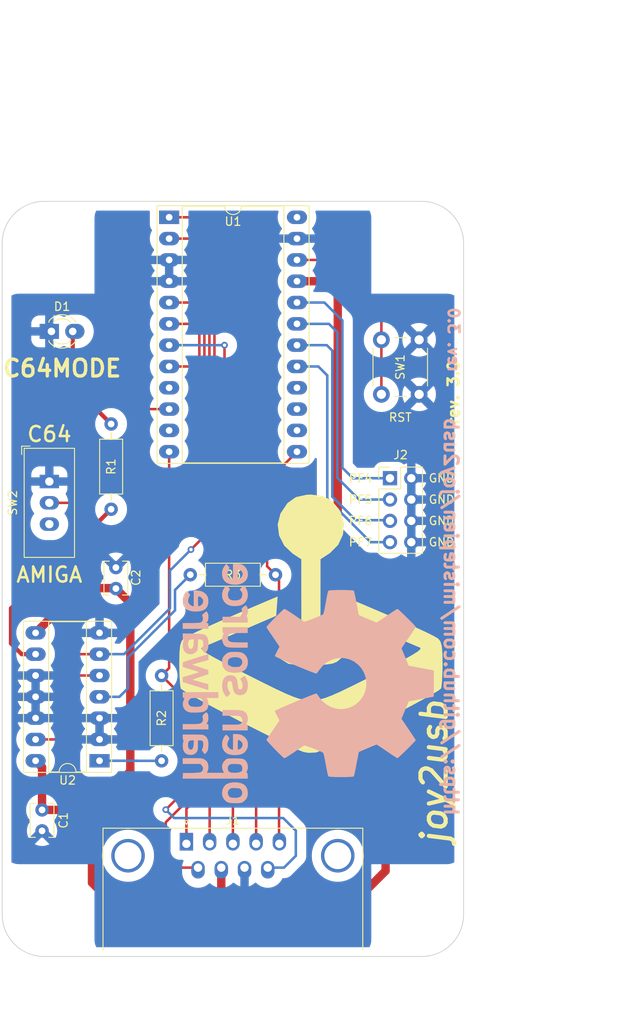
<source format=kicad_pcb>
(kicad_pcb (version 20211014) (generator pcbnew)
  (title_block (title "joy2usb") (rev "3.0") (company "mistepien"))
  (layers (0 "F.Cu" signal) (31 "B.Cu" signal) (34 "B.Paste" user) (35 "F.Paste" user) (36 "B.SilkS" user "B.Silkscreen") (37 "F.SilkS" user "F.Silkscreen") (38 "B.Mask" user) (39 "F.Mask" user) (44 "Edge.Cuts" user))
  (net 0 "")
  (net 1 "/UBTN")
  (net 2 "/DBTN")
  (net 3 "/LBTN")
  (net 4 "/RBTN")
  (net 5 "/F3BTN")
  (net 6 "/FBTN")
  (net 7 "VCC")
  (net 8 "GND")
  (net 9 "/F2BTN")
  (net 11 "/RST")
  (net 17 "/PF7")
  (net 18 "/PF6")
  (net 19 "/PF5")
  (net 20 "/PF4")
  (net 21 "Net-(D1-Pad2)")
  (net 23 "Net-(SW2-Pad2)")
  (net 24 "/F2F3MODE")
  (net 25 "Net-(R1-Pad1)")
  (net 26 "Net-(R2-Pad2)")
  (net 27 "Net-(R3-Pad1)")
  (footprint "Resistor_THT:R_Axial_DIN0207_L6.3mm_D2.5mm_P10.16mm_Horizontal" (layer "F.Cu") (at 135.42 99.5)
    (fp_text reference "R3" (at 5.08 0) (layer "F.SilkS"))
    (fp_text value "R10KΩ")
    (pad "1" thru_hole circle (at 0 0) (size 1.6 1.6) (drill 0.8) (layers *.Cu *.Mask) (net 27 "Net-(R3-Pad1)"))
    (pad "2" thru_hole oval (at 10.16 0) (size 1.6 1.6) (drill 0.8) (layers *.Cu *.Mask) (net 5 "/F3BTN"))
  )
  (footprint "Resistor_THT:R_Axial_DIN0207_L6.3mm_D2.5mm_P10.16mm_Horizontal" (layer "F.Cu") (at 132 111.52 -90)
    (fp_text reference "R2" (at 5.08 0 -270) (layer "F.SilkS"))
    (fp_text value "R10KΩ")
    (pad "1" thru_hole circle (at 0 0 270) (size 1.6 1.6) (drill 0.8) (layers *.Cu *.Mask) (net 9 "/F2BTN"))
    (pad "2" thru_hole oval (at 10.16 0 270) (size 1.6 1.6) (drill 0.8) (layers *.Cu *.Mask) (net 26 "Net-(R2-Pad2)"))
  )
  (footprint "Resistor_THT:R_Axial_DIN0207_L6.3mm_D2.5mm_P10.16mm_Horizontal" (layer "F.Cu") (at 125.984 91.694 90)
    (fp_text reference "R1" (at 5.08 0 90) (layer "F.SilkS"))
    (fp_text value "R220Ω")
    (pad "1" thru_hole circle (at 0 0 90) (size 1.6 1.6) (drill 0.8) (layers *.Cu *.Mask) (net 25 "Net-(R1-Pad1)"))
    (pad "2" thru_hole oval (at 10.16 0 90) (size 1.6 1.6) (drill 0.8) (layers *.Cu *.Mask) (net 21 "Net-(D1-Pad2)"))
  )
  (footprint "MountingHole:MountingHole_3.5mm" (layer "F.Cu") (at 163 140)
    (fp_text reference "H4" hide)
    (fp_text value "MountingHole")
    (pad "" np_thru_hole circle (at 0 0) (size 3.5 3.5) (drill 3.5) (layers *.Cu *.Mask))
  )
  (footprint "Misc:LED_D3.0mm_Oval" (layer "F.Cu") (at 118.867 70.5)
    (fp_text reference "D1" (at 1.27 -2.96) (layer "F.SilkS"))
    (fp_text value "C64MODE" (at 1.270117 4.404) (layer "F.SilkS") (effects (font (size 2 2) (thickness 0.4))))
    (pad "1" thru_hole rect (at 0 0 90) (size 1.8 2.3) (drill 0.9 (offset 0 -0.25)) (layers *.Cu *.Mask) (net 8 "GND"))
    (pad "2" thru_hole oval (at 2.54 0 90) (size 1.8 2.3) (drill 0.9 (offset 0 0.25)) (layers *.Cu *.Mask) (net 21 "Net-(D1-Pad2)"))
  )
  (footprint "MountingHole:MountingHole_3.5mm" (layer "F.Cu") (at 163 60)
    (fp_text reference "H2" hide)
    (fp_text value "MountingHole")
    (pad "" np_thru_hole circle (at 0 0) (size 3.5 3.5) (drill 3.5) (layers *.Cu *.Mask))
  )
  (footprint "Capacitor_THT:C_Disc_D3.8mm_W2.6mm_P2.50mm" (layer "F.Cu") (at 117.75 127.528 -90)
    (fp_text reference "C1" (at 1.25 -2.55 90) (layer "F.SilkS"))
    (fp_text value "100nF")
    (pad "1" thru_hole circle (at 0 0 270) (size 1.6 1.6) (drill 0.8) (layers *.Cu *.Mask) (net 7 "VCC"))
    (pad "2" thru_hole circle (at 2.5 0 270) (size 1.6 1.6) (drill 0.8) (layers *.Cu *.Mask) (net 8 "GND"))
  )
  (footprint "Misc:MFP_1220_KNITTER_SWITCH_SPDT_Oval" (layer "F.Cu") (at 118.618 80.122)
    (fp_text reference "SW2" (at -4.368 10.81 90 unlocked) (layer "F.SilkS"))
    (fp_text value "SW_SPDT")
    (fp_text user "AMIGA" (at 0 19.378 unlocked) (layer "F.SilkS") (effects (font (size 1.8 1.8) (thickness 0.3))))
    (fp_text user "C64" (at 0 2.628 unlocked) (layer "F.SilkS") (effects (font (size 1.8 1.8) (thickness 0.3))))
    (pad "1" thru_hole rect (at 0 8.27) (size 2.3 1.6) (drill 1) (layers *.Cu *.Mask) (net 8 "GND"))
    (pad "2" thru_hole oval (at 0 10.81) (size 2.3 1.6) (drill 1) (layers *.Cu *.Mask) (net 23 "Net-(SW2-Pad2)"))
    (pad "3" thru_hole oval (at 0 13.35) (size 2.3 1.6) (drill 1) (layers *.Cu *.Mask))
  )
  (footprint "Capacitor_THT:C_Disc_D3.8mm_W2.6mm_P2.50mm" (layer "F.Cu") (at 126.55 101.15 90)
    (fp_text reference "C2" (at 1.3 2.4 90) (layer "F.SilkS"))
    (fp_text value "100nF")
    (pad "1" thru_hole circle (at 0 0 90) (size 1.6 1.6) (drill 0.8) (layers *.Cu *.Mask) (net 7 "VCC"))
    (pad "2" thru_hole circle (at 2.5 0 90) (size 1.6 1.6) (drill 0.8) (layers *.Cu *.Mask) (net 8 "GND"))
  )
  (footprint "Button_Switch_THT:SW_PUSH_6mm_H4.3mm" (layer "F.Cu") (at 158.2 78 90)
    (fp_text reference "SW1" (at 3.25 2.25 270) (layer "F.SilkS"))
    (fp_text value "RST" (at -2.75 2.25 180) (layer "F.SilkS"))
    (pad "1" thru_hole circle (at 0 0 180) (size 2 2) (drill 1.1) (layers *.Cu *.Mask) (net 11 "/RST"))
    (pad "1" thru_hole circle (at 6.5 0 180) (size 2 2) (drill 1.1) (layers *.Cu *.Mask) (net 11 "/RST"))
    (pad "2" thru_hole circle (at 0 4.5 180) (size 2 2) (drill 1.1) (layers *.Cu *.Mask) (net 8 "GND"))
    (pad "2" thru_hole circle (at 6.5 4.5 180) (size 2 2) (drill 1.1) (layers *.Cu *.Mask) (net 8 "GND"))
  )
  (footprint "Misc:Joystick_LOGO_30x30mm" (layer "F.Cu") (at 149.8 105.5)
    (fp_text reference "G***" hide)
    (fp_text value "LOGO" hide)
  )
  (footprint "Misc:DSUB-9_Male_Horizontal_P2.77x2.84mm_EdgePinOffset9.90mm_Housed_OVAL_MountingHolesOffset11.32mm" (layer "F.Cu") (at 134.96 131.569669)
    (fp_text reference "J1" (at 5.54 -2.8) (layer "F.SilkS"))
    (fp_text value "DB9_Male")
    (pad "0" thru_hole circle locked (at 18.04 1.42) (size 4 4) (drill 3.2) (layers *.Cu *.Mask))
    (pad "0" thru_hole circle locked (at -6.96 1.42) (size 4 4) (drill 3.2) (layers *.Cu *.Mask))
    (pad "1" thru_hole rect locked (at 0 0) (size 1.6 2.1) (drill 1 (offset 0 -0.25)) (layers *.Cu *.Mask) (net 1 "/UBTN"))
    (pad "2" thru_hole oval locked (at 2.77 0) (size 1.6 2.1) (drill 1 (offset 0 -0.25)) (layers *.Cu *.Mask) (net 2 "/DBTN"))
    (pad "3" thru_hole oval locked (at 5.54 0) (size 1.6 2.1) (drill 1 (offset 0 -0.25)) (layers *.Cu *.Mask) (net 3 "/LBTN"))
    (pad "4" thru_hole oval locked (at 8.31 0) (size 1.6 2.1) (drill 1 (offset 0 -0.25)) (layers *.Cu *.Mask) (net 4 "/RBTN"))
    (pad "5" thru_hole oval locked (at 11.08 0) (size 1.6 2.1) (drill 1 (offset 0 -0.25)) (layers *.Cu *.Mask) (net 5 "/F3BTN"))
    (pad "6" thru_hole oval locked (at 1.385 2.84) (size 1.6 2.1) (drill 1 (offset 0 0.25)) (layers *.Cu *.Mask) (net 6 "/FBTN"))
    (pad "7" thru_hole oval locked (at 4.155 2.84) (size 1.6 2.1) (drill 1 (offset 0 0.25)) (layers *.Cu *.Mask) (net 7 "VCC"))
    (pad "8" thru_hole oval locked (at 6.925 2.84) (size 1.6 2.1) (drill 1 (offset 0 0.25)) (layers *.Cu *.Mask) (net 8 "GND"))
    (pad "9" thru_hole oval locked (at 9.695 2.84) (size 1.6 2.1) (drill 1 (offset 0 0.25)) (layers *.Cu *.Mask) (net 9 "/F2BTN"))
  )
  (footprint "Package_DIP:DIP-14_W7.62mm_Socket_LongPads" (layer "F.Cu") (at 124.6 121.671 180)
    (fp_text reference "U2" (at 3.81 -2.33) (layer "F.SilkS"))
    (fp_text value "4066")
    (pad "1" thru_hole rect (at 0 0 180) (size 2.4 1.6) (drill 0.8) (layers *.Cu *.Mask) (net 26 "Net-(R2-Pad2)"))
    (pad "2" thru_hole oval (at 0 2.54 180) (size 2.4 1.6) (drill 0.8) (layers *.Cu *.Mask) (net 8 "GND"))
    (pad "3" thru_hole oval (at 0 5.08 180) (size 2.4 1.6) (drill 0.8) (layers *.Cu *.Mask) (net 8 "GND"))
    (pad "4" thru_hole oval (at 0 7.62 180) (size 2.4 1.6) (drill 0.8) (layers *.Cu *.Mask) (net 27 "Net-(R3-Pad1)"))
    (pad "5" thru_hole oval (at 0 10.16 180) (size 2.4 1.6) (drill 0.8) (layers *.Cu *.Mask) (net 24 "/F2F3MODE"))
    (pad "6" thru_hole oval (at 0 12.7 180) (size 2.4 1.6) (drill 0.8) (layers *.Cu *.Mask) (net 24 "/F2F3MODE"))
    (pad "7" thru_hole oval (at 0 15.24 180) (size 2.4 1.6) (drill 0.8) (layers *.Cu *.Mask) (net 8 "GND"))
    (pad "8" thru_hole oval (at 7.62 15.24 180) (size 2.4 1.6) (drill 0.8) (layers *.Cu *.Mask) (net 7 "VCC"))
    (pad "9" thru_hole oval (at 7.62 12.7 180) (size 2.4 1.6) (drill 0.8) (layers *.Cu *.Mask) (net 25 "Net-(R1-Pad1)"))
    (pad "10" thru_hole oval (at 7.62 10.16 180) (size 2.4 1.6) (drill 0.8) (layers *.Cu *.Mask) (net 8 "GND"))
    (pad "11" thru_hole oval (at 7.62 7.62 180) (size 2.4 1.6) (drill 0.8) (layers *.Cu *.Mask) (net 8 "GND"))
    (pad "12" thru_hole oval (at 7.62 5.08 180) (size 2.4 1.6) (drill 0.8) (layers *.Cu *.Mask) (net 8 "GND"))
    (pad "13" thru_hole oval (at 7.62 2.54 180) (size 2.4 1.6) (drill 0.8) (layers *.Cu *.Mask) (net 24 "/F2F3MODE"))
    (pad "14" thru_hole oval (at 7.62 0 180) (size 2.4 1.6) (drill 0.8) (layers *.Cu *.Mask) (net 7 "VCC"))
  )
  (footprint "MountingHole:MountingHole_3.5mm" (layer "F.Cu") (at 118 60)
    (fp_text reference "H3" hide)
    (fp_text value "MountingHole")
    (pad "" np_thru_hole circle (at 0 0) (size 3.5 3.5) (drill 3.5) (layers *.Cu *.Mask))
  )
  (footprint "Package_DIP:DIP-24_W15.24mm_Socket_LongPads" (layer "F.Cu") (at 132.9 56.9)
    (fp_text reference "U1" (at 7.62 0.5) (layer "F.SilkS"))
    (fp_text value "Arduino_Pro_Micro")
    (pad "1" thru_hole rect locked (at 0 0) (size 2.4 1.6) (drill 0.8) (layers *.Cu *.Mask) (net 3 "/LBTN"))
    (pad "2" thru_hole oval locked (at 0 2.54) (size 2.4 1.6) (drill 0.8) (layers *.Cu *.Mask) (net 2 "/DBTN"))
    (pad "3" thru_hole oval locked (at 0 5.08) (size 2.4 1.6) (drill 0.8) (layers *.Cu *.Mask) (net 8 "GND"))
    (pad "4" thru_hole oval locked (at 0 7.62) (size 2.4 1.6) (drill 0.8) (layers *.Cu *.Mask) (net 8 "GND"))
    (pad "5" thru_hole oval locked (at 0 10.16) (size 2.4 1.6) (drill 0.8) (layers *.Cu *.Mask) (net 1 "/UBTN"))
    (pad "6" thru_hole oval locked (at 0 12.7) (size 2.4 1.6) (drill 0.8) (layers *.Cu *.Mask) (net 6 "/FBTN"))
    (pad "7" thru_hole oval locked (at 0 15.24) (size 2.4 1.6) (drill 0.8) (layers *.Cu *.Mask) (net 4 "/RBTN"))
    (pad "8" thru_hole oval locked (at 0 17.78) (size 2.4 1.6) (drill 0.8) (layers *.Cu *.Mask) (net 24 "/F2F3MODE"))
    (pad "9" thru_hole oval locked (at 0 20.32) (size 2.4 1.6) (drill 0.8) (layers *.Cu *.Mask))
    (pad "10" thru_hole oval locked (at 0 22.86) (size 2.4 1.6) (drill 0.8) (layers *.Cu *.Mask) (net 23 "Net-(SW2-Pad2)"))
    (pad "11" thru_hole oval locked (at 0 25.4) (size 2.4 1.6) (drill 0.8) (layers *.Cu *.Mask))
    (pad "12" thru_hole oval locked (at 0 27.94) (size 2.4 1.6) (drill 0.8) (layers *.Cu *.Mask) (net 9 "/F2BTN"))
    (pad "13" thru_hole oval locked (at 15.24 27.94) (size 2.4 1.6) (drill 0.8) (layers *.Cu *.Mask) (net 5 "/F3BTN"))
    (pad "14" thru_hole oval locked (at 15.24 25.4) (size 2.4 1.6) (drill 0.8) (layers *.Cu *.Mask))
    (pad "15" thru_hole oval locked (at 15.24 22.86) (size 2.4 1.6) (drill 0.8) (layers *.Cu *.Mask))
    (pad "16" thru_hole oval locked (at 15.24 20.32) (size 2.4 1.6) (drill 0.8) (layers *.Cu *.Mask))
    (pad "17" thru_hole oval locked (at 15.24 17.78) (size 2.4 1.6) (drill 0.8) (layers *.Cu *.Mask) (net 17 "/PF7"))
    (pad "18" thru_hole oval locked (at 15.24 15.24) (size 2.4 1.6) (drill 0.8) (layers *.Cu *.Mask) (net 18 "/PF6"))
    (pad "19" thru_hole oval locked (at 15.24 12.7) (size 2.4 1.6) (drill 0.8) (layers *.Cu *.Mask) (net 19 "/PF5"))
    (pad "20" thru_hole oval locked (at 15.24 10.16) (size 2.4 1.6) (drill 0.8) (layers *.Cu *.Mask) (net 20 "/PF4"))
    (pad "21" thru_hole oval locked (at 15.24 7.62) (size 2.4 1.6) (drill 0.8) (layers *.Cu *.Mask) (net 7 "VCC"))
    (pad "22" thru_hole oval locked (at 15.24 5.08) (size 2.4 1.6) (drill 0.8) (layers *.Cu *.Mask) (net 11 "/RST"))
    (pad "23" thru_hole oval locked (at 15.24 2.54) (size 2.4 1.6) (drill 0.8) (layers *.Cu *.Mask) (net 8 "GND"))
    (pad "24" thru_hole oval locked (at 15.24 0) (size 2.4 1.6) (drill 0.8) (layers *.Cu *.Mask))
  )
  (footprint "MountingHole:MountingHole_3.5mm" (layer "F.Cu") (at 118 140)
    (fp_text reference "H1" hide)
    (fp_text value "MountingHole")
    (pad "" np_thru_hole circle (at 0 0) (size 3.5 3.5) (drill 3.5) (layers *.Cu *.Mask))
  )
  (footprint "Connector_PinHeader_2.54mm:PinHeader_2x04_P2.54mm_Vertical" (layer "F.Cu") (at 159.225 88)
    (fp_text reference "J2" (at 1.27 -2.774) (layer "F.SilkS"))
    (fp_text value "Conn_02x04_Odd_Even")
    (fp_text user "PF5" (at -3.504 2.54) (layer "F.SilkS"))
    (fp_text user "PF4" (at -3.504 0) (layer "F.SilkS"))
    (fp_text user "GND" (at 6.148 0) (layer "F.SilkS"))
    (fp_text user "PF6" (at -3.504 5.08) (layer "F.SilkS"))
    (fp_text user "GND" (at 6.148 5.08) (layer "F.SilkS"))
    (fp_text user "GND" (at 6.148 7.62) (layer "F.SilkS"))
    (fp_text user "PF7" (at -3.504 7.62) (layer "F.SilkS"))
    (fp_text user "GND" (at 6.148 2.54) (layer "F.SilkS"))
    (pad "1" thru_hole rect (at 0 0) (size 1.7 1.7) (drill 1) (layers *.Cu *.Mask) (net 20 "/PF4"))
    (pad "2" thru_hole oval (at 2.54 0) (size 1.7 1.7) (drill 1) (layers *.Cu *.Mask) (net 8 "GND"))
    (pad "3" thru_hole oval (at 0 2.54) (size 1.7 1.7) (drill 1) (layers *.Cu *.Mask) (net 19 "/PF5"))
    (pad "4" thru_hole oval (at 2.54 2.54) (size 1.7 1.7) (drill 1) (layers *.Cu *.Mask) (net 8 "GND"))
    (pad "5" thru_hole oval (at 0 5.08) (size 1.7 1.7) (drill 1) (layers *.Cu *.Mask) (net 18 "/PF6"))
    (pad "6" thru_hole oval (at 2.54 5.08) (size 1.7 1.7) (drill 1) (layers *.Cu *.Mask) (net 8 "GND"))
    (pad "7" thru_hole oval (at 0 7.62) (size 1.7 1.7) (drill 1) (layers *.Cu *.Mask) (net 17 "/PF7"))
    (pad "8" thru_hole oval (at 2.54 7.62) (size 1.7 1.7) (drill 1) (layers *.Cu *.Mask) (net 8 "GND"))
  )
  (footprint "Symbol:OSHW-Logo_28.5x30mm_SilkScreen" (layer "B.Cu") (at 149.5 112.5 90)
    (fp_text reference "REF**" hide)
    (fp_text value "OSHW-Logo_28.5x30mm_SilkScreen" hide)
  )
  (gr_line (start 163 55) (end 118 55) (layer "Edge.Cuts") (width 0.1))
  (gr_line (start 118 145) (end 163 145) (layer "Edge.Cuts") (width 0.1))
  (gr_arc (start 163 55) (mid 166.535534 56.464466) (end 168 60) (layer "Edge.Cuts") (width 0.1))
  (gr_arc (start 113 60) (mid 114.464466 56.464466) (end 118 55) (layer "Edge.Cuts") (width 0.1))
  (gr_line (start 168 140) (end 168 60) (layer "Edge.Cuts") (width 0.1))
  (gr_arc (start 168 140) (mid 166.535534 143.535534) (end 163 145) (layer "Edge.Cuts") (width 0.1))
  (gr_arc (start 118 145) (mid 114.464466 143.535534) (end 113 140) (layer "Edge.Cuts") (width 0.1))
  (gr_line (start 113 60) (end 113 140) (layer "Edge.Cuts") (width 0.1))
  (gr_text "rev. ${REVISION}" (at 166.8 71.5 -90) (layer "B.SilkS") (effects (font (size 1.3 1.3) (thickness 0.3)) (justify mirror)))
  (gr_text "https://github.com/mistepien/${TITLE}" (at 166.5 104.5 -90) (layer "B.SilkS") (effects (font (size 1.6 1.6) (thickness 0.35)) (justify mirror)))
  (gr_text "rev. ${REVISION}" (at 166.8 77.8 90) (layer "F.SilkS") (effects (font (size 1.3 1.3) (thickness 0.3))))
  (gr_text "${TITLE}" (at 164.5 123 90) (layer "F.SilkS") (effects (font (size 3 3) (thickness 0.5) italic)))
  (segment (start 132.9 67.06) (end 135.56 67.06) (width 0.3) (layer "F.Cu") (net 1))
  (segment (start 138.3 124.048528) (end 134.96 127.388528) (width 0.3) (layer "F.Cu") (net 1))
  (segment (start 137.1 68.6) (end 137.1 74.802944) (width 0.3) (layer "F.Cu") (net 1))
  (segment (start 135.56 67.06) (end 137.1 68.6) (width 0.3) (layer "F.Cu") (net 1))
  (segment (start 134.96 127.388528) (end 134.96 131.569669) (width 0.3) (layer "F.Cu") (net 1))
  (segment (start 137.1 74.802944) (end 138.3 76.002944) (width 0.3) (layer "F.Cu") (net 1))
  (segment (start 138.3 76.002944) (end 138.3 124.048528) (width 0.3) (layer "F.Cu") (net 1))
  (segment (start 138.9 75.754416) (end 138.9 124.297056) (width 0.3) (layer "F.Cu") (net 2))
  (segment (start 132.9 59.44) (end 136.24 59.44) (width 0.3) (layer "F.Cu") (net 2))
  (segment (start 137.73 125.467056) (end 137.73 131.569669) (width 0.3) (layer "F.Cu") (net 2))
  (segment (start 136.24 59.44) (end 137.7 60.9) (width 0.3) (layer "F.Cu") (net 2))
  (segment (start 137.7 60.9) (end 137.7 74.554416) (width 0.3) (layer "F.Cu") (net 2))
  (segment (start 137.7 74.554416) (end 138.9 75.754416) (width 0.3) (layer "F.Cu") (net 2))
  (segment (start 138.9 124.297056) (end 137.73 125.467056) (width 0.3) (layer "F.Cu") (net 2))
  (segment (start 138.3 74.305888) (end 139.5 75.505888) (width 0.3) (layer "F.Cu") (net 3))
  (segment (start 139.5 75.505888) (end 139.5 124) (width 0.3) (layer "F.Cu") (net 3))
  (segment (start 139.5 124) (end 140.5 125) (width 0.3) (layer "F.Cu") (net 3))
  (segment (start 132.9 56.9) (end 136.2 56.9) (width 0.3) (layer "F.Cu") (net 3))
  (segment (start 138.3 59) (end 138.3 74.305888) (width 0.3) (layer "F.Cu") (net 3))
  (segment (start 140.5 125) (end 140.5 131.569669) (width 0.3) (layer "F.Cu") (net 3))
  (segment (start 136.2 56.9) (end 138.3 59) (width 0.3) (layer "F.Cu") (net 3))
  (segment (start 143.27 105.47) (end 143.27 131.569669) (width 0.3) (layer "F.Cu") (net 4))
  (segment (start 139.5 74.65736) (end 140.1 75.25736) (width 0.3) (layer "F.Cu") (net 4))
  (segment (start 140.1 75.25736) (end 140.1 102.3) (width 0.3) (layer "F.Cu") (net 4))
  (segment (start 139.5 72.14) (end 139.5 74.65736) (width 0.3) (layer "F.Cu") (net 4))
  (segment (start 140.1 102.3) (end 143.27 105.47) (width 0.3) (layer "F.Cu") (net 4))
  (via (at 139.5 72.14) (size 0.8) (drill 0.4) (layers "F.Cu" "B.Cu") (net 4))
  (segment (start 139.5 72.14) (end 132.9 72.14) (width 0.3) (layer "B.Cu") (net 4))
  (segment (start 148.14 84.84) (end 144.58 88.4) (width 0.3) (layer "F.Cu") (net 5))
  (segment (start 146 131.529669) (end 146.04 131.569669) (width 0.3) (layer "F.Cu") (net 5))
  (segment (start 145.58 99.5) (end 146 99.92) (width 0.3) (layer "F.Cu") (net 5))
  (segment (start 144.58 98.5) (end 145.58 99.5) (width 0.3) (layer "F.Cu") (net 5))
  (segment (start 146 99.92) (end 146 131.529669) (width 0.3) (layer "F.Cu") (net 5))
  (segment (start 144.58 88.4) (end 144.58 98.5) (width 0.3) (layer "F.Cu") (net 5))
  (segment (start 137.7 76.251472) (end 137.7 123.8) (width 0.3) (layer "F.Cu") (net 6))
  (segment (start 132.9 69.6) (end 135.225 69.6) (width 0.3) (layer "F.Cu") (net 6))
  (segment (start 135.225 69.6) (end 136.5 70.875) (width 0.3) (layer "F.Cu") (net 6))
  (segment (start 136.5 75.051472) (end 137.7 76.251472) (width 0.3) (layer "F.Cu") (net 6))
  (segment (start 132.5 133) (end 133.909669 134.409669) (width 0.3) (layer "F.Cu") (net 6))
  (segment (start 133.909669 134.409669) (end 136.345 134.409669) (width 0.3) (layer "F.Cu") (net 6))
  (segment (start 132.5 129) (end 132.5 133) (width 0.3) (layer "F.Cu") (net 6))
  (segment (start 136.5 70.875) (end 136.5 75.051472) (width 0.3) (layer "F.Cu") (net 6))
  (segment (start 137.7 123.8) (end 132.5 129) (width 0.3) (layer "F.Cu") (net 6))
  (segment (start 158.7 134.8) (end 153.6 139.9) (width 1) (layer "F.Cu") (net 7))
  (segment (start 123.7 136.2) (end 127.4 139.9) (width 1) (layer "F.Cu") (net 7))
  (segment (start 117.75 127.528) (end 117.75 122.441) (width 1) (layer "F.Cu") (net 7))
  (segment (start 117.75 122.441) (end 116.98 121.671) (width 1) (layer "F.Cu") (net 7))
  (segment (start 158.7 103.1) (end 158.7 134.8) (width 1) (layer "F.Cu") (net 7))
  (segment (start 122.311 101.1) (end 126.5 101.1) (width 1) (layer "F.Cu") (net 7))
  (segment (start 126.5 101.1) (end 128.27 102.87) (width 1) (layer "F.Cu") (net 7))
  (segment (start 139.115 139.885) (end 139.1 139.9) (width 1) (layer "F.Cu") (net 7))
  (segment (start 148.14 64.52) (end 151.52 64.52) (width 1) (layer "F.Cu") (net 7))
  (segment (start 116.98 106.431) (end 122.311 101.1) (width 1) (layer "F.Cu") (net 7))
  (segment (start 153 97.4) (end 158.7 103.1) (width 1) (layer "F.Cu") (net 7))
  (segment (start 139.115 134.409669) (end 139.115 139.885) (width 1) (layer "F.Cu") (net 7))
  (segment (start 123.7 136.2) (end 123.7 127.55) (width 1) (layer "F.Cu") (net 7))
  (segment (start 128.27 122.936) (end 123.678 127.528) (width 1) (layer "F.Cu") (net 7))
  (segment (start 153 66) (end 153 97.4) (width 1) (layer "F.Cu") (net 7))
  (segment (start 117.75 127.528) (end 123.678 127.528) (width 1) (layer "F.Cu") (net 7))
  (segment (start 153.6 139.9) (end 139.1 139.9) (width 1) (layer "F.Cu") (net 7))
  (segment (start 127.4 139.9) (end 139.1 139.9) (width 1) (layer "F.Cu") (net 7))
  (segment (start 128.27 102.87) (end 128.27 122.936) (width 1) (layer "F.Cu") (net 7))
  (segment (start 123.7 127.55) (end 123.678 127.528) (width 1) (layer "F.Cu") (net 7))
  (segment (start 151.52 64.52) (end 153 66) (width 1) (layer "F.Cu") (net 7))
  (segment (start 134.5 114.02) (end 132 111.52) (width 0.3) (layer "F.Cu") (net 9))
  (segment (start 132 111.52) (end 132.9 110.62) (width 0.3) (layer "F.Cu") (net 9))
  (segment (start 134.5 125.5) (end 134.5 114.02) (width 0.3) (layer "F.Cu") (net 9))
  (segment (start 132.9 110.62) (end 132.9 84.84) (width 0.3) (layer "F.Cu") (net 9))
  (segment (start 132.5 127.5) (end 134.5 125.5) (width 0.3) (layer "F.Cu") (net 9))
  (via (at 132.5 127.5) (size 0.8) (drill 0.4) (layers "F.Cu" "B.Cu") (net 9))
  (segment (start 146.590331 134.409669) (end 144.655 134.409669) (width 0.3) (layer "B.Cu") (net 9))
  (segment (start 146.5 128.5) (end 148 130) (width 0.3) (layer "B.Cu") (net 9))
  (segment (start 133.5 128.5) (end 146.5 128.5) (width 0.3) (layer "B.Cu") (net 9))
  (segment (start 132.5 127.5) (end 133.5 128.5) (width 0.3) (layer "B.Cu") (net 9))
  (segment (start 148 130) (end 148 133) (width 0.3) (layer "B.Cu") (net 9))
  (segment (start 148 133) (end 146.590331 134.409669) (width 0.3) (layer "B.Cu") (net 9))
  (segment (start 152.23 61.98) (end 158.2 67.95) (width 0.3) (layer "F.Cu") (net 11))
  (segment (start 158.2 71.5) (end 158.2 78) (width 0.3) (layer "F.Cu") (net 11))
  (segment (start 148.14 61.98) (end 152.23 61.98) (width 0.3) (layer "F.Cu") (net 11))
  (segment (start 158.2 67.95) (end 158.2 71.5) (width 0.3) (layer "F.Cu") (net 11))
  (segment (start 156.92 95.62) (end 151.75 90.45) (width 0.3) (layer "B.Cu") (net 17))
  (segment (start 159.225 95.62) (end 156.92 95.62) (width 0.3) (layer "B.Cu") (net 17))
  (segment (start 151.75 90.45) (end 151.75 75.75) (width 0.3) (layer "B.Cu") (net 17))
  (segment (start 150.68 74.68) (end 148.14 74.68) (width 0.3) (layer "B.Cu") (net 17))
  (segment (start 151.75 75.75) (end 150.68 74.68) (width 0.3) (layer "B.Cu") (net 17))
  (segment (start 155.148528 93) (end 152.35 90.201472) (width 0.3) (layer "B.Cu") (net 18))
  (segment (start 159.145 93) (end 155.148528 93) (width 0.3) (layer "B.Cu") (net 18))
  (segment (start 152.35 72.8) (end 151.69 72.14) (width 0.3) (layer "B.Cu") (net 18))
  (segment (start 151.69 72.14) (end 148.14 72.14) (width 0.3) (layer "B.Cu") (net 18))
  (segment (start 152.35 90.201472) (end 152.35 72.8) (width 0.3) (layer "B.Cu") (net 18))
  (segment (start 159.225 93.08) (end 159.145 93) (width 0.3) (layer "B.Cu") (net 18))
  (segment (start 159.225 90.54) (end 155.54 90.54) (width 0.3) (layer "B.Cu") (net 19))
  (segment (start 151.95 69.6) (end 148.14 69.6) (width 0.3) (layer "B.Cu") (net 19))
  (segment (start 152.95 87.95) (end 152.95 70.6) (width 0.3) (layer "B.Cu") (net 19))
  (segment (start 155.54 90.54) (end 152.95 87.95) (width 0.3) (layer "B.Cu") (net 19))
  (segment (start 152.95 70.6) (end 151.95 69.6) (width 0.3) (layer "B.Cu") (net 19))
  (segment (start 153.55 86.75) (end 153.55 69.2) (width 0.3) (layer "B.Cu") (net 20))
  (segment (start 151.41 67.06) (end 148.14 67.06) (width 0.3) (layer "B.Cu") (net 20))
  (segment (start 154.8 88) (end 153.55 86.75) (width 0.3) (layer "B.Cu") (net 20))
  (segment (start 153.55 69.2) (end 151.41 67.06) (width 0.3) (layer "B.Cu") (net 20))
  (segment (start 159.225 88) (end 154.8 88) (width 0.3) (layer "B.Cu") (net 20))
  (segment (start 121.407 76.957) (end 121.407 70.5) (width 0.5) (layer "F.Cu") (net 21))
  (segment (start 125.984 81.534) (end 121.407 76.957) (width 0.5) (layer "F.Cu") (net 21))
  (segment (start 130.36 79.76) (end 132.9 79.76) (width 0.3) (layer "F.Cu") (net 23))
  (segment (start 129.03 81.09) (end 130.36 79.76) (width 0.3) (layer "F.Cu") (net 23))
  (segment (start 129.03 83.76825) (end 129.03 81.09) (width 0.3) (layer "F.Cu") (net 23))
  (segment (start 121.86625 90.932) (end 129.03 83.76825) (width 0.3) (layer "F.Cu") (net 23))
  (segment (start 118.618 90.932) (end 121.86625 90.932) (width 0.3) (layer "F.Cu") (net 23))
  (segment (start 120.904 109.982) (end 121.915 108.971) (width 0.3) (layer "F.Cu") (net 24))
  (segment (start 120.909 111.511) (end 120.904 111.506) (width 0.3) (layer "F.Cu") (net 24))
  (segment (start 120.904 111.506) (end 120.904 109.982) (width 0.3) (layer "F.Cu") (net 24))
  (segment (start 137.1 76.5) (end 135.28 74.68) (width 0.3) (layer "F.Cu") (net 24))
  (segment (start 121.915 108.971) (end 124.6 108.971) (width 0.3) (layer "F.Cu") (net 24))
  (segment (start 124.6 111.511) (end 120.909 111.511) (width 0.3) (layer "F.Cu") (net 24))
  (segment (start 119.369 119.131) (end 120.904 117.596) (width 0.3) (layer "F.Cu") (net 24))
  (segment (start 137.1 94.9) (end 137.1 76.5) (width 0.3) (layer "F.Cu") (net 24))
  (segment (start 120.904 117.596) (end 120.904 111.506) (width 0.3) (layer "F.Cu") (net 24))
  (segment (start 135.5 96.5) (end 137.1 94.9) (width 0.3) (layer "F.Cu") (net 24))
  (segment (start 116.98 119.131) (end 119.369 119.131) (width 0.3) (layer "F.Cu") (net 24))
  (segment (start 135.28 74.68) (end 132.9 74.68) (width 0.3) (layer "F.Cu") (net 24))
  (via (at 135.5 96.5) (size 0.8) (drill 0.4) (layers "F.Cu" "B.Cu") (net 24))
  (segment (start 135.5 96.5) (end 133 99) (width 0.3) (layer "B.Cu") (net 24))
  (segment (start 127.534 108.966) (end 124.605 108.966) (width 0.3) (layer "B.Cu") (net 24))
  (segment (start 133 103.5) (end 127.534 108.966) (width 0.3) (layer "B.Cu") (net 24))
  (segment (start 133 99) (end 133 103.5) (width 0.3) (layer "B.Cu") (net 24))
  (segment (start 114.046 103.505) (end 117.729 99.822) (width 0.5) (layer "F.Cu") (net 25))
  (segment (start 123.19 94.488) (end 126.05 91.628) (width 0.5) (layer "F.Cu") (net 25))
  (segment (start 114.046 107.696) (end 114.046 103.505) (width 0.5) (layer "F.Cu") (net 25))
  (segment (start 117.729 99.822) (end 121.158 99.822) (width 0.5) (layer "F.Cu") (net 25))
  (segment (start 123.19 97.79) (end 123.19 94.488) (width 0.5) (layer "F.Cu") (net 25))
  (segment (start 115.321 108.971) (end 114.046 107.696) (width 0.5) (layer "F.Cu") (net 25))
  (segment (start 116.98 108.971) (end 115.321 108.971) (width 0.5) (layer "F.Cu") (net 25))
  (segment (start 121.158 99.822) (end 123.19 97.79) (width 0.5) (layer "F.Cu") (net 25))
  (segment (start 129.018 121.68) (end 131.572 121.68) (width 0.3) (layer "B.Cu") (net 26))
  (segment (start 124.6 121.671) (end 129.009 121.671) (width 0.3) (layer "B.Cu") (net 26))
  (segment (start 129.009 121.671) (end 129.018 121.68) (width 0.3) (layer "B.Cu") (net 26))
  (segment (start 128 109.348528) (end 133.6 103.748528) (width 0.3) (layer "B.Cu") (net 27))
  (segment (start 128 113.027) (end 128 109.348528) (width 0.3) (layer "B.Cu") (net 27))
  (segment (start 124.6 114.051) (end 126.976 114.051) (width 0.3) (layer "B.Cu") (net 27))
  (segment (start 133.6 101.32) (end 135.42 99.5) (width 0.3) (layer "B.Cu") (net 27))
  (segment (start 126.976 114.051) (end 128 113.027) (width 0.3) (layer "B.Cu") (net 27))
  (segment (start 133.6 103.748528) (end 133.6 101.32) (width 0.3) (layer "B.Cu") (net 27))
  (zone (net 8) (net_name "GND") (layer "B.Cu") (connect_pads (clearance 1.1)) (min_thickness 0.254) (fill yes (thermal_gap 1) (thermal_bridge_width 1) (smoothing fillet) (radius 2))
    (polygon (pts (xy 168 134) (xy 113 134) (xy 113 66) (xy 168 66)))
  )
  (zone (net 8) (net_name "GND") (layer "B.Cu") (connect_pads (clearance 1.1)) (min_thickness 0.254) (fill yes (thermal_gap 1) (thermal_bridge_width 1) (smoothing fillet) (radius 2))
    (polygon (pts (xy 157 145) (xy 124 145) (xy 124 55) (xy 157 55)))
  )
)
</source>
